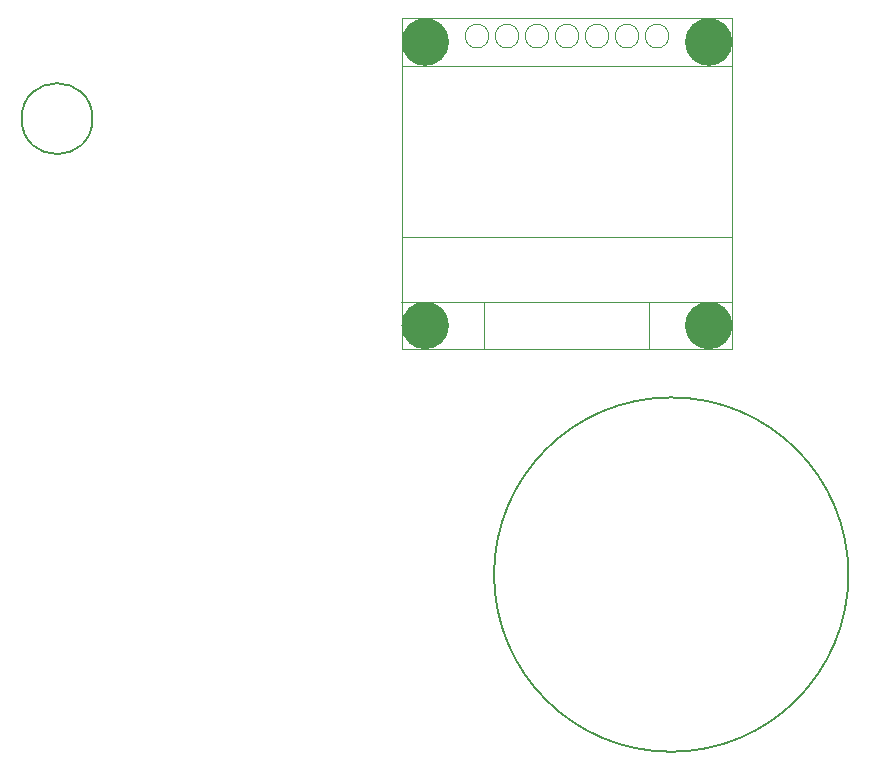
<source format=gbr>
%TF.GenerationSoftware,KiCad,Pcbnew,(6.0.5)*%
%TF.CreationDate,2022-06-18T22:15:24+02:00*%
%TF.ProjectId,clarinoid-devboard,636c6172-696e-46f6-9964-2d646576626f,rev?*%
%TF.SameCoordinates,Original*%
%TF.FileFunction,Other,Comment*%
%FSLAX46Y46*%
G04 Gerber Fmt 4.6, Leading zero omitted, Abs format (unit mm)*
G04 Created by KiCad (PCBNEW (6.0.5)) date 2022-06-18 22:15:24*
%MOMM*%
%LPD*%
G01*
G04 APERTURE LIST*
%ADD10C,0.150000*%
%ADD11C,0.120000*%
%ADD12C,2.000000*%
G04 APERTURE END LIST*
D10*
X192198312Y-107034542D02*
G75*
G03*
X192198312Y-107034542I-15000000J0D01*
G01*
%TO.C,H1*%
X128198312Y-68434542D02*
G75*
G03*
X128198312Y-68434542I-3000000J0D01*
G01*
D11*
%TO.C,U12*%
X154333948Y-83946200D02*
X182333948Y-83946200D01*
X154373948Y-59946200D02*
X182373948Y-59946200D01*
X182373948Y-59946200D02*
X182373948Y-87946200D01*
X182373948Y-87946200D02*
X154373948Y-87946200D01*
X154373948Y-87946200D02*
X154373948Y-59946200D01*
X161333948Y-83946200D02*
X175333948Y-83946200D01*
X175333948Y-83946200D02*
X175333948Y-87946200D01*
X175333948Y-87946200D02*
X161333948Y-87946200D01*
X161333948Y-87946200D02*
X161333948Y-83946200D01*
X182333948Y-63946200D02*
X154373948Y-63946200D01*
X154373948Y-63946200D02*
X154373948Y-78446200D01*
X154373948Y-78446200D02*
X182333948Y-78446200D01*
X182333948Y-78446200D02*
X182333948Y-63946200D01*
X161753948Y-61446200D02*
G75*
G03*
X161753948Y-61446200I-1000000J0D01*
G01*
X171913948Y-61446200D02*
G75*
G03*
X171913948Y-61446200I-1000000J0D01*
G01*
X166833948Y-61446200D02*
G75*
G03*
X166833948Y-61446200I-1000000J0D01*
G01*
X176993948Y-61446200D02*
G75*
G03*
X176993948Y-61446200I-1000000J0D01*
G01*
D12*
X157373948Y-85946200D02*
G75*
G03*
X157373948Y-85946200I-1000000J0D01*
G01*
X181373948Y-85946200D02*
G75*
G03*
X181373948Y-85946200I-1000000J0D01*
G01*
D11*
X169373948Y-61446200D02*
G75*
G03*
X169373948Y-61446200I-1000000J0D01*
G01*
D12*
X157373948Y-61946200D02*
G75*
G03*
X157373948Y-61946200I-1000000J0D01*
G01*
X181373948Y-61946200D02*
G75*
G03*
X181373948Y-61946200I-1000000J0D01*
G01*
D11*
X174453948Y-61446200D02*
G75*
G03*
X174453948Y-61446200I-1000000J0D01*
G01*
X164293948Y-61446200D02*
G75*
G03*
X164293948Y-61446200I-1000000J0D01*
G01*
%TD*%
M02*

</source>
